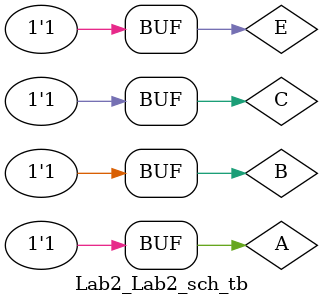
<source format=v>

`timescale 1ns / 1ps

module Lab2_Lab2_sch_tb();

// Inputs
   reg B;
   reg C;
   reg A;
   reg E;

// Output
   wire d0;
   wire d1;
   wire d2;
   wire d3;
   wire d4;
   wire d5;
   wire d6;
   wire d7;

// Bidirs

// Instantiate the UUT
   Lab2 UUT (
		.B(B), 
		.C(C), 
		.A(A), 
		.E(E), 
		.d0(d0), 
		.d1(d1), 
		.d2(d2), 
		.d3(d3), 
		.d4(d4), 
		.d5(d5), 
		.d6(d6), 
		.d7(d7)
   );
initial begin
	E = 1;
	A = 0;
	B = 0;
	C = 0;
	#100
	$display("TC1");
	if(d0 != 1'b1)$display("Result is wrong");
	
	A = 0;
	B = 0;
	C = 1;
	#100
	$display("TC2");
	if(d1 != 1'b1)$display("Result is wrong");
	
	A = 0;
	B = 1;
	C = 0;
	#100
	$display("TC3");
	if(d2 != 1'b1)$display("Result is wrong");
	
	A = 0;
	B = 1;
	C = 1;
	#100
	$display("TC4");
	if(d3 != 1'b1)$display("Result is wrong");
	
	A = 1;
	B = 0;
	C = 0;
	#100
	$display("TC5");
	if(d4 != 1'b1)$display("Result is wrong");
	
	A = 1;
	B = 0;
	C = 1;
	#100
	$display("TC6");
	if(d5 != 1'b1)$display("Result is wrong");
	
	A = 1;
	B = 1;
	C = 0;
	#100
	$display("TC7");
	if(d6 != 1'b1)$display("Result is wrong");
	
	A = 1;
	B = 1;
	C = 1;
	#100
	$display("TC8");
	if(d7 != 1'b1)$display("Result is wrong");
	
end
	
	
endmodule

</source>
